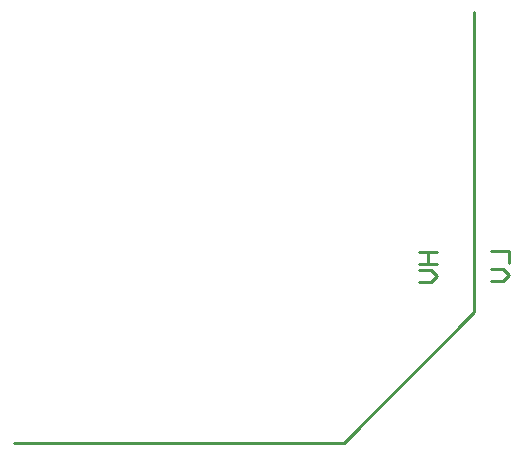
<source format=gbo>
G04*
G04 #@! TF.GenerationSoftware,Altium Limited,Altium Designer,22.3.1 (43)*
G04*
G04 Layer_Color=32896*
%FSLAX24Y24*%
%MOIN*%
G70*
G04*
G04 #@! TF.SameCoordinates,EB2419D6-8F1E-4273-BF56-69E21729E32B*
G04*
G04*
G04 #@! TF.FilePolarity,Positive*
G04*
G01*
G75*
%ADD14C,0.0100*%
D14*
X15700Y40850D02*
X26700D01*
X31050Y45200D01*
Y55200D01*
X31600Y47250D02*
X32200D01*
Y46850D01*
X31600Y46650D02*
X32000D01*
X32200Y46450D01*
X32000Y46250D01*
X31600D01*
X29200Y47200D02*
X29800D01*
X29500D01*
Y46800D01*
X29200D01*
X29800D01*
X29200Y46600D02*
X29600D01*
X29800Y46400D01*
X29600Y46200D01*
X29200D01*
M02*

</source>
